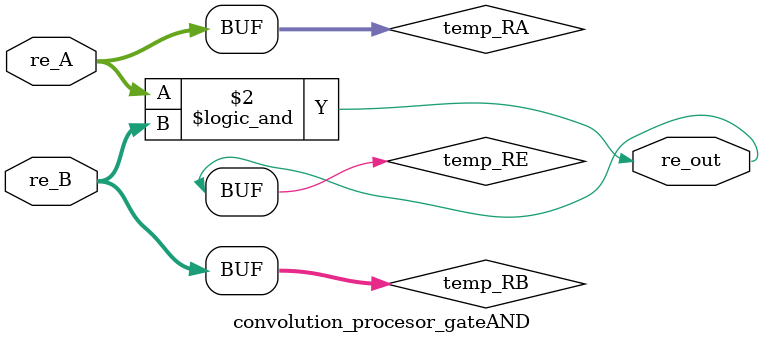
<source format=sv>
`timescale 1ns / 1ps
/*	
   ===================================================================
   Module Name  : gate AND
      
   Filename     : gateAND.v
   Type         : Verilog Module
   
   Description  : 
                  Gate AND with independent buses for real and imaginary parts.
                  Input    :  "DATA_WIDTH" length word.
                  Output   :  "DATA_WIDTH" length word.
                  
                  Designer must take care of overflow. 
                  We recommend to instantiate a "DATA WIDTH" length adder for "DATA WIDTH-1" length inputs.
                  
   -----------------------------------------------------------------------------
   Clocks      : -
   Reset       : -
   Parameters  :   
         NAME                         Comments                                            Default
         -------------------------------------------------------------------------------------------
         DATA_WIDTH              Number of data bits for inputs                              22 
         -------------------------------------------------------------------------------------------
   Version     : 1.0
   Data        : 14 Nov 2018
   Revision    : -
   Reviser     : -		
   ------------------------------------------------------------------------------
      Modification Log "please register all the modifications in this area"
      (D/M/Y)  
      
   ----------------------
   // Instance template
   ----------------------
   convolution_procesor_gateAND
   #(
      .DATA_WIDTH    ()
   )
   "MODULE_NAME"
   (
       .re_A      (),
       .re_B      (),
       .re_out    ()
   );
*/


module convolution_procesor_gateAND
#(
   parameter DATA_WIDTH = 22)
(
    input  [DATA_WIDTH-1 : 0] re_A,
	 input  [DATA_WIDTH-1 : 0] re_B,
    output re_out
);
	
	reg signed [DATA_WIDTH -1: 0] temp_RA;
	reg signed [DATA_WIDTH -1: 0] temp_RB;
	
	wire signed temp_RE;
	
	always@(re_A, re_B)
	begin
		temp_RA = re_A;
		temp_RB = re_B;
	end 
	
	assign temp_RE = temp_RA && temp_RB;
	
	assign re_out = temp_RE;
endmodule


</source>
